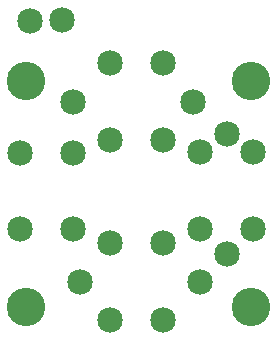
<source format=gts>
G04 MADE WITH FRITZING*
G04 WWW.FRITZING.ORG*
G04 DOUBLE SIDED*
G04 HOLES PLATED*
G04 CONTOUR ON CENTER OF CONTOUR VECTOR*
%ASAXBY*%
%FSLAX23Y23*%
%MOIN*%
%OFA0B0*%
%SFA1.0B1.0*%
%ADD10C,0.128110*%
%ADD11C,0.085000*%
%ADD12R,0.001000X0.001000*%
%LNMASK1*%
G90*
G70*
G54D10*
X892Y899D03*
X141Y897D03*
X140Y144D03*
X892Y146D03*
G54D11*
X811Y723D03*
X811Y323D03*
X721Y229D03*
X321Y229D03*
X297Y827D03*
X697Y827D03*
X421Y101D03*
X421Y357D03*
X598Y101D03*
X598Y357D03*
X720Y404D03*
X720Y660D03*
X897Y404D03*
X897Y660D03*
X419Y703D03*
X419Y959D03*
X596Y703D03*
X596Y959D03*
X120Y404D03*
X120Y659D03*
X298Y404D03*
X298Y659D03*
X261Y1100D03*
X155Y1098D03*
G54D12*
D02*
G04 End of Mask1*
M02*
</source>
